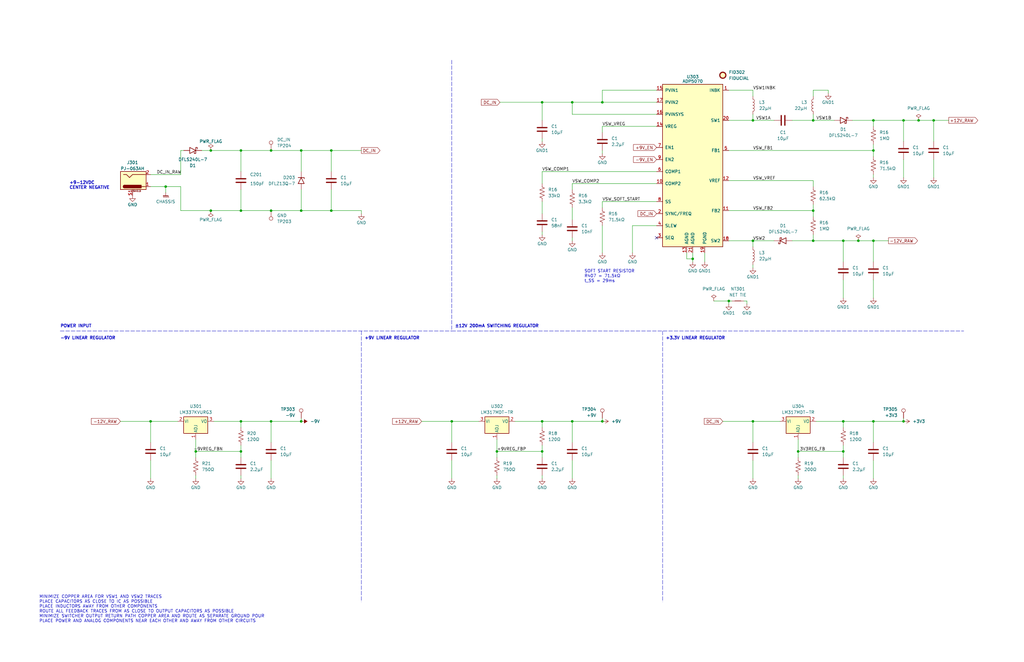
<source format=kicad_sch>
(kicad_sch (version 20230121) (generator eeschema)
  (paper "USLedger")
  (title_block (title "Baseboard") (date "2023-08-19") (rev "A") (company "Alessandro Rizzoni") (comment 1 "SCHEMATIC") (comment 2 "RELEASED") (comment 3 "AIR") (comment 4 "AIR"))
  (junction (at 336.55 190.5))
  (junction (at 114.3 177.8))
  (junction (at 63.5 177.8))
  (junction (at 342.9 50.8))
  (junction (at 292.1 109.22))
  (junction (at 190.5 177.8))
  (junction (at 307.34 127))
  (junction (at 393.7 50.8))
  (junction (at 342.9 101.6))
  (junction (at 317.5 50.8))
  (junction (at 139.7 88.9))
  (junction (at 368.3 50.8))
  (junction (at 88.9 88.9))
  (junction (at 114.3 63.5))
  (junction (at 317.5 101.6))
  (junction (at 355.6 101.6))
  (junction (at 228.6 190.5))
  (junction (at 127 88.9))
  (junction (at 241.3 43.18))
  (junction (at 101.6 88.9))
  (junction (at 101.6 63.5))
  (junction (at 101.6 177.8))
  (junction (at 368.3 177.8))
  (junction (at 342.9 88.9))
  (junction (at 139.7 63.5))
  (junction (at 127 63.5))
  (junction (at 228.6 43.18))
  (junction (at 368.3 63.5))
  (junction (at 114.3 88.9))
  (junction (at 254 177.8))
  (junction (at 368.3 101.6))
  (junction (at 241.3 177.8))
  (junction (at 381 50.8))
  (junction (at 355.6 177.8))
  (junction (at 88.9 63.5))
  (junction (at 209.55 190.5))
  (junction (at 101.6 190.5))
  (junction (at 381 177.8))
  (junction (at 82.55 190.5))
  (junction (at 228.6 177.8))
  (junction (at 317.5 177.8))
  (junction (at 361.95 101.6))
  (junction (at 387.35 50.8))
  (junction (at 69.85 78.74))
  (junction (at 127 177.8))
  (junction (at 355.6 190.5))
  (junction (at 254 43.18))
  (no_connect (at 276.86 100.33))
  (wire (pts (xy 393.7 50.8) (xy 393.7 59.69)))
  (wire (pts (xy 355.6 118.11) (xy 355.6 125.73)))
  (wire (pts (xy 254 63.5) (xy 254 64.77)))
  (wire (pts (xy 254 53.34) (xy 276.86 53.34)))
  (wire (pts (xy 317.5 111.76) (xy 317.5 113.03)))
  (wire (pts (xy 114.3 201.93) (xy 114.3 194.31)))
  (wire (pts (xy 63.5 194.31) (xy 63.5 201.93)))
  (wire (pts (xy 228.6 187.96) (xy 228.6 190.5)))
  (wire (pts (xy 63.5 177.8) (xy 74.93 177.8)))
  (wire (pts (xy 254 85.09) (xy 254 87.63)))
  (wire (pts (xy 69.85 78.74) (xy 69.85 81.28)))
  (wire (pts (xy 342.9 88.9) (xy 307.34 88.9)))
  (wire (pts (xy 139.7 63.5) (xy 152.4 63.5)))
  (wire (pts (xy 349.25 38.1) (xy 349.25 39.37)))
  (wire (pts (xy 209.55 190.5) (xy 228.6 190.5)))
  (wire (pts (xy 368.3 118.11) (xy 368.3 125.73)))
  (wire (pts (xy 101.6 177.8) (xy 114.3 177.8)))
  (wire (pts (xy 355.6 190.5) (xy 355.6 193.04)))
  (wire (pts (xy 228.6 200.66) (xy 228.6 201.93)))
  (polyline (pts (xy 279.4 139.7) (xy 279.4 254)) (stroke (width 0) (type dash)))
  (wire (pts (xy 368.3 53.34) (xy 368.3 50.8)))
  (wire (pts (xy 368.3 63.5) (xy 368.3 66.04)))
  (wire (pts (xy 297.18 106.68) (xy 297.18 110.49)))
  (wire (pts (xy 336.55 190.5) (xy 355.6 190.5)))
  (wire (pts (xy 393.7 50.8) (xy 400.05 50.8)))
  (wire (pts (xy 313.69 127) (xy 314.96 127)))
  (wire (pts (xy 342.9 50.8) (xy 351.79 50.8)))
  (wire (pts (xy 241.3 177.8) (xy 254 177.8)))
  (wire (pts (xy 228.6 177.8) (xy 241.3 177.8)))
  (wire (pts (xy 276.86 85.09) (xy 254 85.09)))
  (polyline (pts (xy 190.5 139.7) (xy 406.4 139.7)) (stroke (width 0) (type dash)))
  (wire (pts (xy 241.3 100.33) (xy 241.3 101.6)))
  (wire (pts (xy 361.95 101.6) (xy 368.3 101.6)))
  (wire (pts (xy 127 88.9) (xy 139.7 88.9)))
  (wire (pts (xy 114.3 186.69) (xy 114.3 177.8)))
  (wire (pts (xy 190.5 177.8) (xy 201.93 177.8)))
  (wire (pts (xy 114.3 63.5) (xy 127 63.5)))
  (polyline (pts (xy 190.5 25.4) (xy 190.5 139.7)) (stroke (width 0) (type dash)))
  (wire (pts (xy 317.5 101.6) (xy 317.5 104.14)))
  (wire (pts (xy 342.9 50.8) (xy 342.9 48.26)))
  (wire (pts (xy 292.1 106.68) (xy 292.1 109.22)))
  (wire (pts (xy 307.34 50.8) (xy 317.5 50.8)))
  (wire (pts (xy 241.3 48.26) (xy 241.3 43.18)))
  (wire (pts (xy 317.5 38.1) (xy 317.5 40.64)))
  (wire (pts (xy 304.8 177.8) (xy 317.5 177.8)))
  (wire (pts (xy 88.9 88.9) (xy 101.6 88.9)))
  (wire (pts (xy 334.01 50.8) (xy 342.9 50.8)))
  (wire (pts (xy 139.7 80.01) (xy 139.7 88.9)))
  (wire (pts (xy 101.6 88.9) (xy 114.3 88.9)))
  (wire (pts (xy 50.8 177.8) (xy 63.5 177.8)))
  (wire (pts (xy 355.6 177.8) (xy 368.3 177.8)))
  (wire (pts (xy 336.55 190.5) (xy 336.55 185.42)))
  (wire (pts (xy 82.55 190.5) (xy 101.6 190.5)))
  (wire (pts (xy 63.5 78.74) (xy 69.85 78.74)))
  (wire (pts (xy 342.9 40.64) (xy 342.9 38.1)))
  (wire (pts (xy 241.3 87.63) (xy 241.3 92.71)))
  (wire (pts (xy 217.17 177.8) (xy 228.6 177.8)))
  (wire (pts (xy 101.6 193.04) (xy 101.6 190.5)))
  (wire (pts (xy 209.55 201.93) (xy 209.55 200.66)))
  (wire (pts (xy 228.6 90.17) (xy 228.6 85.09)))
  (wire (pts (xy 76.2 88.9) (xy 76.2 78.74)))
  (wire (pts (xy 342.9 91.44) (xy 342.9 88.9)))
  (wire (pts (xy 152.4 88.9) (xy 152.4 90.17)))
  (wire (pts (xy 317.5 101.6) (xy 326.39 101.6)))
  (wire (pts (xy 355.6 200.66) (xy 355.6 201.93)))
  (wire (pts (xy 368.3 73.66) (xy 368.3 74.93)))
  (wire (pts (xy 307.34 63.5) (xy 368.3 63.5)))
  (wire (pts (xy 381 50.8) (xy 381 59.69)))
  (wire (pts (xy 101.6 63.5) (xy 88.9 63.5)))
  (wire (pts (xy 368.3 177.8) (xy 368.3 186.69)))
  (wire (pts (xy 127 176.53) (xy 127 177.8)))
  (wire (pts (xy 127 80.01) (xy 127 88.9)))
  (wire (pts (xy 82.55 190.5) (xy 82.55 185.42)))
  (wire (pts (xy 228.6 43.18) (xy 241.3 43.18)))
  (wire (pts (xy 387.35 50.8) (xy 393.7 50.8)))
  (wire (pts (xy 241.3 77.47) (xy 276.86 77.47)))
  (wire (pts (xy 254 38.1) (xy 254 43.18)))
  (wire (pts (xy 342.9 38.1) (xy 349.25 38.1)))
  (wire (pts (xy 307.34 127) (xy 308.61 127)))
  (wire (pts (xy 228.6 97.79) (xy 228.6 99.06)))
  (wire (pts (xy 63.5 177.8) (xy 63.5 186.69)))
  (wire (pts (xy 76.2 88.9) (xy 88.9 88.9)))
  (wire (pts (xy 241.3 48.26) (xy 276.86 48.26)))
  (wire (pts (xy 139.7 88.9) (xy 152.4 88.9)))
  (wire (pts (xy 307.34 38.1) (xy 317.5 38.1)))
  (wire (pts (xy 190.5 194.31) (xy 190.5 201.93)))
  (wire (pts (xy 314.96 127) (xy 314.96 128.27)))
  (wire (pts (xy 209.55 190.5) (xy 209.55 185.42)))
  (wire (pts (xy 336.55 200.66) (xy 336.55 201.93)))
  (wire (pts (xy 241.3 186.69) (xy 241.3 177.8)))
  (wire (pts (xy 317.5 177.8) (xy 317.5 186.69)))
  (wire (pts (xy 317.5 48.26) (xy 317.5 50.8)))
  (wire (pts (xy 355.6 101.6) (xy 361.95 101.6)))
  (wire (pts (xy 76.2 73.66) (xy 63.5 73.66)))
  (wire (pts (xy 127 88.9) (xy 114.3 88.9)))
  (wire (pts (xy 177.8 177.8) (xy 190.5 177.8)))
  (wire (pts (xy 344.17 177.8) (xy 355.6 177.8)))
  (wire (pts (xy 139.7 63.5) (xy 139.7 72.39)))
  (wire (pts (xy 266.7 95.25) (xy 266.7 106.68)))
  (wire (pts (xy 307.34 127) (xy 307.34 128.27)))
  (wire (pts (xy 101.6 190.5) (xy 101.6 187.96)))
  (wire (pts (xy 101.6 63.5) (xy 101.6 72.39)))
  (wire (pts (xy 76.2 63.5) (xy 77.47 63.5)))
  (wire (pts (xy 368.3 177.8) (xy 381 177.8)))
  (wire (pts (xy 381 67.31) (xy 381 74.93)))
  (wire (pts (xy 228.6 43.18) (xy 228.6 50.8)))
  (polyline (pts (xy 152.4 139.7) (xy 152.4 254)) (stroke (width 0) (type dash)))
  (wire (pts (xy 355.6 177.8) (xy 355.6 180.34)))
  (wire (pts (xy 307.34 101.6) (xy 317.5 101.6)))
  (wire (pts (xy 289.56 106.68) (xy 289.56 109.22)))
  (wire (pts (xy 228.6 72.39) (xy 228.6 77.47)))
  (wire (pts (xy 190.5 177.8) (xy 190.5 186.69)))
  (wire (pts (xy 241.3 43.18) (xy 254 43.18)))
  (wire (pts (xy 85.09 63.5) (xy 88.9 63.5)))
  (wire (pts (xy 317.5 177.8) (xy 328.93 177.8)))
  (wire (pts (xy 82.55 193.04) (xy 82.55 190.5)))
  (wire (pts (xy 254 95.25) (xy 254 106.68)))
  (wire (pts (xy 254 43.18) (xy 276.86 43.18)))
  (wire (pts (xy 342.9 76.2) (xy 342.9 78.74)))
  (wire (pts (xy 355.6 187.96) (xy 355.6 190.5)))
  (wire (pts (xy 393.7 67.31) (xy 393.7 74.93)))
  (wire (pts (xy 368.3 50.8) (xy 381 50.8)))
  (wire (pts (xy 368.3 101.6) (xy 368.3 110.49)))
  (wire (pts (xy 76.2 78.74) (xy 69.85 78.74)))
  (wire (pts (xy 336.55 190.5) (xy 336.55 193.04)))
  (wire (pts (xy 241.3 77.47) (xy 241.3 80.01)))
  (wire (pts (xy 317.5 194.31) (xy 317.5 201.93)))
  (wire (pts (xy 228.6 177.8) (xy 228.6 180.34)))
  (wire (pts (xy 76.2 63.5) (xy 76.2 73.66)))
  (wire (pts (xy 276.86 38.1) (xy 254 38.1)))
  (wire (pts (xy 101.6 201.93) (xy 101.6 200.66)))
  (wire (pts (xy 359.41 50.8) (xy 368.3 50.8)))
  (wire (pts (xy 114.3 177.8) (xy 127 177.8)))
  (wire (pts (xy 228.6 190.5) (xy 228.6 193.04)))
  (wire (pts (xy 127 72.39) (xy 127 63.5)))
  (wire (pts (xy 368.3 101.6) (xy 374.65 101.6)))
  (wire (pts (xy 101.6 180.34) (xy 101.6 177.8)))
  (wire (pts (xy 254 53.34) (xy 254 55.88)))
  (wire (pts (xy 355.6 101.6) (xy 355.6 110.49)))
  (wire (pts (xy 368.3 63.5) (xy 368.3 60.96)))
  (wire (pts (xy 101.6 80.01) (xy 101.6 88.9)))
  (wire (pts (xy 381 50.8) (xy 387.35 50.8)))
  (wire (pts (xy 342.9 101.6) (xy 355.6 101.6)))
  (wire (pts (xy 127 63.5) (xy 139.7 63.5)))
  (wire (pts (xy 342.9 101.6) (xy 342.9 99.06)))
  (wire (pts (xy 342.9 86.36) (xy 342.9 88.9)))
  (wire (pts (xy 228.6 58.42) (xy 228.6 59.69)))
  (wire (pts (xy 241.3 194.31) (xy 241.3 201.93)))
  (wire (pts (xy 276.86 72.39) (xy 228.6 72.39)))
  (wire (pts (xy 368.3 194.31) (xy 368.3 201.93)))
  (wire (pts (xy 317.5 50.8) (xy 326.39 50.8)))
  (polyline (pts (xy 25.4 139.7) (xy 190.5 139.7)) (stroke (width 0) (type dash)))
  (wire (pts (xy 210.82 43.18) (xy 228.6 43.18)))
  (wire (pts (xy 300.99 127) (xy 307.34 127)))
  (wire (pts (xy 292.1 109.22) (xy 292.1 110.49)))
  (wire (pts (xy 289.56 109.22) (xy 292.1 109.22)))
  (wire (pts (xy 381 176.53) (xy 381 177.8)))
  (wire (pts (xy 101.6 63.5) (xy 114.3 63.5)))
  (wire (pts (xy 266.7 95.25) (xy 276.86 95.25)))
  (wire (pts (xy 254 176.53) (xy 254 177.8)))
  (wire (pts (xy 334.01 101.6) (xy 342.9 101.6)))
  (wire (pts (xy 90.17 177.8) (xy 101.6 177.8)))
  (wire (pts (xy 307.34 76.2) (xy 342.9 76.2)))
  (wire (pts (xy 82.55 200.66) (xy 82.55 201.93)))
  (wire (pts (xy 209.55 190.5) (xy 209.55 193.04)))
  (text "+9-12VDC\nCENTER NEGATIVE" (at 29.21 80.01 0) (effects (font (size 1.27 1.27) (thickness 0.254) bold) (justify left bottom)))
  (text "POWER INPUT" (at 25.4 138.43 0) (effects (font (size 1.27 1.27) (thickness 0.254) bold) (justify left bottom)))
  (text "SOFT START RESISTOR\nR407 = 71.5kΩ\nt_SS = 29ms" (at 246.38 119.38 0) (effects (font (size 1.27 1.27)) (justify left bottom)))
  (text "±12V 200mA SWITCHING REGULATOR" (at 191.77 138.43 0) (effects (font (size 1.27 1.27) (thickness 0.254) bold) (justify left bottom)))
  (text "+9V LINEAR REGULATOR" (at 153.67 143.51 0) (effects (font (size 1.27 1.27) (thickness 0.254) bold) (justify left bottom)))
  (text "MINIMIZE COPPER AREA FOR VSW1 AND VSW2 TRACES\nPLACE CAPACITORS AS CLOSE TO IC AS POSSIBLE\nPLACE INDUCTORS AWAY FROM OTHER COMPONENTS\nROUTE ALL FEEDBACK TRACES FROM AS CLOSE TO OUTPUT CAPACITORS AS POSSIBLE\nMINIMIZE SWITCHER OUTPUT RETURN PATH COPPER AREA AND ROUTE AS SEPARATE GROUND POUR\nPLACE POWER AND ANALOG COMPONENTS NEAR EACH OTHER AND AWAY FROM OTHER CIRCUITS\n" (at 16.51 262.89 0) (effects (font (size 1.27 1.27)) (justify left bottom)))
  (text "-9V LINEAR REGULATOR" (at 25.4 143.51 0) (effects (font (size 1.27 1.27) (thickness 0.254) bold) (justify left bottom)))
  (text "+3.3V LINEAR REGULATOR" (at 280.67 143.51 0) (effects (font (size 1.27 1.27) (thickness 0.254) bold) (justify left bottom)))
  (label "VSW1A" (at 318.77 50.8 0))
  (label "VSW_VREG" (at 254 53.34 0))
  (label "VSW_VREF" (at 317.5 76.2 0))
  (label "VSW_COMP1" (at 228.6 72.39 0))
  (label "-9VREG_FBN" (at 93.98 190.5 180))
  (label "VSW1B" (at 344.17 50.8 0))
  (label "VSW1INBK" (at 317.5 38.1 0))
  (label "VSW_COMP2" (at 241.3 77.47 0))
  (label "VSW_FB1" (at 317.5 63.5 0))
  (label "3V3REG_FB" (at 347.98 190.5 180))
  (label "+9VREG_FBP" (at 209.55 190.5 0))
  (label "VSW_SOFT_START" (at 254 85.09 0))
  (label "DC_IN_RAW" (at 66.04 73.66 0))
  (label "VSW_FB2" (at 317.5 88.9 0))
  (label "VSW2" (at 317.5 101.6 0))
  (global_label "-9V_EN" (shape input) (at 276.86 67.31 180) (property "Intersheetrefs" "${INTERSHEET_REFS}" (effects hide)))
  (global_label "DC_IN" (shape output) (at 152.4 63.5 0) (property "Intersheetrefs" "${INTERSHEET_REFS}" (effects hide)))
  (global_label "DC_IN" (shape input) (at 304.8 177.8 180) (property "Intersheetrefs" "${INTERSHEET_REFS}" (effects hide)))
  (global_label "-12V_RAW" (shape input) (at 50.8 177.8 180) (property "Intersheetrefs" "${INTERSHEET_REFS}" (effects hide)))
  (global_label "-12V_RAW" (shape output) (at 374.65 101.6 0) (property "Intersheetrefs" "${INTERSHEET_REFS}" (effects hide)))
  (global_label "+12V_RAW" (shape input) (at 177.8 177.8 180) (property "Intersheetrefs" "${INTERSHEET_REFS}" (effects hide)))
  (global_label "DC_IN" (shape input) (at 210.82 43.18 180) (property "Intersheetrefs" "${INTERSHEET_REFS}" (effects hide)))
  (global_label "+9V_EN" (shape input) (at 276.86 62.23 180) (property "Intersheetrefs" "${INTERSHEET_REFS}" (effects hide)))
  (global_label "+12V_RAW" (shape output) (at 400.05 50.8 0) (property "Intersheetrefs" "${INTERSHEET_REFS}" (effects hide)))
  (global_label "DC_IN" (shape input) (at 276.86 90.17 180) (property "Intersheetrefs" "${INTERSHEET_REFS}" (effects hide)))
  (symbol (lib_id "power:GND1") (at 317.5 113.03 0) (unit 1)
    (property "Reference" "#PWR0322" (effects hide))
    (property "Value" "GND1" (at 317.5 116.84 0))
  )
  (symbol (lib_id "power:GND") (at 317.5 201.93 0) (unit 1)
    (property "Reference" "#PWR0309" (effects hide))
    (property "Value" "GND" (at 317.5 205.74 0))
    (instances (project "baseboard" (path "" (reference "#PWR0309") (unit 1)) (path "" (reference "#PWR0323") (unit 1))))
  )
  (symbol (lib_id "Device:R_US") (at 254 91.44 180) (unit 1)
    (property "Reference" "R16" (at 256.54 90.17 0) (effects (justify right)))
    (property "Value" "71.5kΩ" (at 256.54 92.71 0) (effects (justify right)))
    (property "Footprint" "Resistor_SMD:R_0402_1005Metric" (effects hide))
    (property "Datasheet" "https://www.koaspeer.com/pdfs/RK73H.pdf" (effects hide))
    (property "Manufacturer" "KOA Speer Electronics" (effects hide))
    (property "Part Number" "RK73H1ETTP7152F" (effects hide))
    (property "Sim.Enable" "0" (effects hide))
  )
  (symbol (lib_id "Device:C") (at 254 59.69 0) (mirror x) (unit 1)
    (property "Reference" "C1" (at 257.81 58.42 0) (effects (justify left)))
    (property "Value" "2.2μF" (at 257.81 60.96 0) (effects (justify left)))
    (property "Footprint" "Capacitor_SMD:C_0603_1608Metric" (effects hide))
    (property "Datasheet" "https://search.murata.co.jp/Ceramy/image/img/A01X/G101/ENG/GRM188R61H225KE11-01.pdf" (effects hide))
    (property "Manufacturer" "Murata" (effects hide))
    (property "Part Number" "GRM188Z71E225KE43D" (effects hide))
    (property "Sim.Enable" "0" (effects hide))
  )
  (symbol (lib_id "power:GND") (at 368.3 74.93 0) (unit 1)
    (property "Reference" "#PWR0309" (effects hide))
    (property "Value" "GND" (at 368.3 78.74 0))
    (instances (project "baseboard" (path "" (reference "#PWR0309") (unit 1)) (path "" (reference "#PWR0328") (unit 1))))
  )
  (symbol (lib_id "power:GND1") (at 349.25 39.37 0) (unit 1)
    (property "Reference" "#PWR0325" (effects hide))
    (property "Value" "GND1" (at 349.25 43.18 0))
  )
  (symbol (lib_id "Device:C") (at 228.6 54.61 0) (mirror x) (unit 1)
    (property "Reference" "C1" (at 232.41 53.34 0) (effects (justify left)))
    (property "Value" "10μF" (at 232.41 55.88 0) (effects (justify left)))
    (property "Footprint" "Capacitor_SMD:C_1210_3225Metric" (effects hide))
    (property "Datasheet" "https://search.murata.co.jp/Ceramy/image/img/A01X/G101/ENG/GRM32EC81E226KE15-01.pdf" (effects hide))
    (property "Manufacturer" "Murata" (effects hide))
    (property "Part Number" "GRM32EC72A106KE05L" (effects hide))
    (property "Sim.Enable" "0" (effects hide))
  )
  (symbol (lib_id "Device:C") (at 317.5 190.5 0) (mirror x) (unit 1)
    (property "Reference" "C1" (at 321.31 189.23 0) (effects (justify left)))
    (property "Value" "10μF" (at 321.31 191.77 0) (effects (justify left)))
    (property "Footprint" "Capacitor_SMD:C_1210_3225Metric" (effects hide))
    (property "Datasheet" "https://search.murata.co.jp/Ceramy/image/img/A01X/G101/ENG/GRM32EC81E226KE15-01.pdf" (effects hide))
    (property "Manufacturer" "Murata" (effects hide))
    (property "Part Number" "GRM32EC72A106KE05L" (effects hide))
    (property "Sim.Enable" "0" (effects hide))
  )
  (symbol (lib_id "Device:C") (at 228.6 196.85 0) (mirror x) (unit 1)
    (property "Reference" "C1" (at 232.41 195.58 0) (effects (justify left)))
    (property "Value" "2.2μF" (at 232.41 198.12 0) (effects (justify left)))
    (property "Footprint" "Capacitor_SMD:C_0603_1608Metric" (effects hide))
    (property "Datasheet" "https://search.murata.co.jp/Ceramy/image/img/A01X/G101/ENG/GRM188R61H225KE11-01.pdf" (effects hide))
    (property "Manufacturer" "Murata" (effects hide))
    (property "Part Number" "GRM188Z71E225KE43D" (effects hide))
    (property "Sim.Enable" "0" (effects hide))
  )
  (symbol (lib_id "Device:C") (at 355.6 196.85 0) (mirror x) (unit 1)
    (property "Reference" "C1" (at 359.41 195.58 0) (effects (justify left)))
    (property "Value" "2.2μF" (at 359.41 198.12 0) (effects (justify left)))
    (property "Footprint" "Capacitor_SMD:C_0603_1608Metric" (effects hide))
    (property "Datasheet" "https://search.murata.co.jp/Ceramy/image/img/A01X/G101/ENG/GRM188R61H225KE11-01.pdf" (effects hide))
    (property "Manufacturer" "Murata" (effects hide))
    (property "Part Number" "GRM188Z71E225KE43D" (effects hide))
    (property "Sim.Enable" "0" (effects hide))
  )
  (symbol (lib_id "power:GND") (at 82.55 201.93 0) (unit 1)
    (property "Reference" "#PWR0309" (effects hide))
    (property "Value" "GND" (at 82.55 205.74 0))
    (instances (project "baseboard" (path "" (reference "#PWR0309") (unit 1)) (path "" (reference "#PWR0302") (unit 1))))
  )
  (symbol (lib_id "power:GND") (at 63.5 201.93 0) (unit 1)
    (property "Reference" "#PWR0309" (effects hide))
    (property "Value" "GND" (at 63.5 205.74 0))
    (instances (project "baseboard" (path "" (reference "#PWR0309") (unit 1)) (path "" (reference "#PWR0301") (unit 1))))
  )
  (symbol (lib_id "Device:C") (at 228.6 93.98 0) (mirror x) (unit 1)
    (property "Reference" "C1" (at 232.41 92.71 0) (effects (justify left)))
    (property "Value" "58nF" (at 232.41 95.25 0) (effects (justify left)))
    (property "Footprint" "Capacitor_SMD:C_0805_2012Metric" (effects hide))
    (property "Datasheet" "https://connect.kemet.com:7667/gateway/IntelliData-ComponentDocumentation/1.0/download/datasheet/C0805C564K5RACTU" (effects hide))
    (property "Manufacturer" "Kemet" (effects hide))
    (property "Part Number" "C0805C564K5RAC7800" (effects hide))
    (property "Sim.Enable" "0" (effects hide))
  )
  (symbol (lib_id "Device:C") (at 355.6 114.3 0) (mirror x) (unit 1)
    (property "Reference" "C1" (at 359.41 113.03 0) (effects (justify left)))
    (property "Value" "10μF" (at 359.41 115.57 0) (effects (justify left)))
    (property "Footprint" "Capacitor_SMD:C_1210_3225Metric" (effects hide))
    (property "Datasheet" "https://search.murata.co.jp/Ceramy/image/img/A01X/G101/ENG/GRM32EC81E226KE15-01.pdf" (effects hide))
    (property "Manufacturer" "Murata" (effects hide))
    (property "Part Number" "GRM32EC72A106KE05L" (effects hide))
    (property "Sim.Enable" "0" (effects hide))
  )
  (symbol (lib_id "power:PWR_FLAG") (at 88.9 88.9 0) (mirror x) (unit 1)
    (property "Reference" "#FLG0201" (effects hide))
    (property "Value" "PWR_FLAG" (at 88.9 92.71 0))
    (instances (project "baseboard" (path "" (reference "#FLG0201") (unit 1)) (path "" (reference "#FLG0302") (unit 1))) (project "io" (path "" (reference "#FLG04") (unit 1))))
  )
  (symbol (lib_id "Device:R_US") (at 355.6 184.15 0) (unit 1)
    (property "Reference" "R18" (at 358.14 182.88 0) (effects (justify left)))
    (property "Value" "120Ω" (at 358.14 185.42 0) (effects (justify left)))
    (property "Footprint" "Resistor_SMD:R_0402_1005Metric" (effects hide))
    (property "Datasheet" "https://www.koaspeer.com/pdfs/RK73H.pdf" (effects hide))
    (property "Manufacturer" "KOA Speer Electronics" (effects hide))
    (property "Part Number" "RK73H1ETTP1200F" (effects hide))
    (property "Sim.Enable" "0" (effects hide))
  )
  (symbol (lib_id "Library:Barrel_Jack Shielded") (at 57.15 76.2 0) (unit 1)
    (property "Reference" "J301" (at 55.88 68.58 0))
    (property "Value" "PJ-063AH" (at 55.88 71.12 0))
    (property "Footprint" "Library:CUI_PJ-063AH" (effects hide))
    (property "Manufacturer" "CUI" (effects hide))
    (property "Part Number" "PJ-063AH" (effects hide))
  )
  (symbol (lib_id "power:GND") (at 254 106.68 0) (unit 1)
    (property "Reference" "#PWR0309" (effects hide))
    (property "Value" "GND" (at 254 110.49 0))
    (instances (project "baseboard" (path "" (reference "#PWR0309") (unit 1)) (path "" (reference "#PWR0315") (unit 1))))
  )
  (symbol (lib_id "Device:R_US") (at 82.55 196.85 0) (unit 1)
    (property "Reference" "R21" (at 85.09 195.5799 0) (effects (justify left)))
    (property "Value" "750Ω" (at 85.09 198.1199 0) (effects (justify left)))
    (property "Footprint" "Resistor_SMD:R_0402_1005Metric" (effects hide))
    (property "Datasheet" "https://www.koaspeer.com/pdfs/RK73H.pdf" (effects hide))
    (property "Manufacturer" "KOA Speer Electronics" (effects hide))
    (property "Part Number" "RK73H1ETTP7500F" (effects hide))
    (property "Sim.Enable" "0" (effects hide))
  )
  (symbol (lib_id "Device:C") (at 190.5 190.5 0) (mirror x) (unit 1)
    (property "Reference" "C1" (at 194.31 189.23 0) (effects (justify left)))
    (property "Value" "10μF" (at 194.31 191.77 0) (effects (justify left)))
    (property "Footprint" "Capacitor_SMD:C_1210_3225Metric" (effects hide))
    (property "Datasheet" "https://search.murata.co.jp/Ceramy/image/img/A01X/G101/ENG/GRM32EC81E226KE15-01.pdf" (effects hide))
    (property "Manufacturer" "Murata" (effects hide))
    (property "Part Number" "GRM32EC72A106KE05L" (effects hide))
    (property "Sim.Enable" "0" (effects hide))
  )
  (symbol (lib_id "Device:L") (at 317.5 44.45 0) (unit 1)
    (property "Reference" "L3" (at 320.04 43.18 0) (effects (justify left)))
    (property "Value" "22μH" (at 320.04 45.72 0) (effects (justify left)))
    (property "Footprint" "Library:L_TDK_VLS6045EX_VLS6045AF" (effects hide))
    (property "Datasheet" "https://product.tdk.com/en/system/files?file=dam/doc/product/inductor/inductor/smd/catalog/inductor_commercial_power_vls6045ex_en.pdf" (effects hide))
    (property "Manufacturer" "Bourns" (effects hide))
    (property "Part Number" "SRP5030WA-220M" (effects hide))
    (property "Sim.Enable" "0" (effects hide))
  )
  (symbol (lib_id "Device:C") (at 114.3 190.5 0) (mirror x) (unit 1)
    (property "Reference" "C1" (at 118.11 189.23 0) (effects (justify left)))
    (property "Value" "10μF" (at 118.11 191.77 0) (effects (justify left)))
    (property "Footprint" "Capacitor_SMD:C_1210_3225Metric" (effects hide))
    (property "Datasheet" "https://search.murata.co.jp/Ceramy/image/img/A01X/G101/ENG/GRM32EC81E226KE15-01.pdf" (effects hide))
    (property "Manufacturer" "Murata" (effects hide))
    (property "Part Number" "GRM32EC72A106KE05L" (effects hide))
    (property "Sim.Enable" "0" (effects hide))
  )
  (symbol (lib_id "power:GND1") (at 307.34 128.27 0) (unit 1)
    (property "Reference" "#PWR0321" (effects hide))
    (property "Value" "GND1" (at 307.34 132.08 0))
  )
  (symbol (lib_id "Connector:TestPoint") (at 381 176.53 0) (unit 1)
    (property "Reference" "TP305" (at 378.46 172.72 0) (effects (justify right)))
    (property "Value" "+3V3" (at 378.46 175.26 0) (effects (justify right)))
    (property "Footprint" "TestPoint:TestPoint_Pad_D1.0mm" (effects hide))
    (property "Datasheet" "N/A" (effects hide))
    (property "Sim.Enable" "0" (effects hide))
    (property "Manufacturer" "N/A" (effects hide))
    (property "Part Number" "N/A" (effects hide))
  )
  (symbol (lib_id "Library:Chassis") (at 69.85 81.28 0) (mirror y) (unit 1)
    (property "Reference" "CHS201" (effects hide))
    (property "Value" "CHASSIS" (at 69.85 85.09 0))
    (property "Footprint" "Library:Harwin_EMI_Finger_S7061-46R" (effects hide))
    (property "Datasheet" "https://cdn.harwin.com/pdfs/Harwin_Product_Catalog_page_281.pdf" (effects hide))
    (property "Manufacturer" "Harwin" (effects hide))
    (property "Part Number" "S7061-46R" (effects hide))
    (property "Sim.Enable" "0" (effects hide))
    (instances (project "baseboard" (path "" (reference "CHS201") (unit 1)) (path "" (reference "G301") (unit 1)) (path "" (reference "G?") (unit 1))))
  )
  (symbol (lib_id "Device:R_US") (at 342.9 82.55 180) (unit 1)
    (property "Reference" "R16" (at 345.44 81.28 0) (effects (justify right)))
    (property "Value" "62.5kΩ" (at 345.44 83.82 0) (effects (justify right)))
    (property "Footprint" "Resistor_SMD:R_0402_1005Metric" (effects hide))
    (property "Datasheet" "https://www.koaspeer.com/pdfs/RK73H.pdf" (effects hide))
    (property "Manufacturer" "KOA Speer Electronics" (effects hide))
    (property "Part Number" "RK73H1ETTP6252F" (effects hide))
    (property "Sim.Enable" "0" (effects hide))
  )
  (symbol (lib_id "power:GND") (at 152.4 90.17 0) (unit 1)
    (property "Reference" "#PWR0309" (effects hide))
    (property "Value" "GND" (at 152.4 93.98 0))
    (instances (project "baseboard" (path "" (reference "#PWR0309") (unit 1)) (path "" (reference "#PWR0306") (unit 1))))
  )
  (symbol (lib_id "power:GND") (at 314.96 128.27 0) (unit 1)
    (property "Reference" "#PWR0309" (effects hide))
    (property "Value" "GND" (at 314.96 132.08 0))
    (instances (project "baseboard" (path "" (reference "#PWR0309") (unit 1)) (path "" (reference "#PWR0320") (unit 1))))
  )
  (symbol (lib_id "power:GND1") (at 297.18 110.49 0) (unit 1)
    (property "Reference" "#PWR0319" (effects hide))
    (property "Value" "GND1" (at 297.18 114.3 0))
  )
  (symbol (lib_id "Mechanical:Fiducial") (at 304.8 31.75 0) (unit 1)
    (property "Reference" "FID302" (at 307.34 30.48 0) (effects (justify left)))
    (property "Value" "FIDUCIAL" (at 307.34 33.02 0) (effects (justify left)))
    (property "Footprint" "Fiducial:Fiducial_0.5mm_Mask1mm" (effects hide))
    (property "Datasheet" "N/A" (effects hide))
    (property "Manufacturer" "N/A" (effects hide))
    (property "Part Number" "N/A" (effects hide))
    (instances (project "baseboard" (path "" (reference "FID302") (unit 1)) (path "" (reference "FID102") (unit 1)) (path "" (reference "FID301") (unit 1))))
  )
  (symbol (lib_id "power:GND") (at 355.6 201.93 0) (unit 1)
    (property "Reference" "#PWR0309" (effects hide))
    (property "Value" "GND" (at 355.6 205.74 0))
    (instances (project "baseboard" (path "" (reference "#PWR0309") (unit 1)) (path "" (reference "#PWR0327") (unit 1))))
  )
  (symbol (lib_id "Connector:TestPoint") (at 254 176.53 0) (unit 1)
    (property "Reference" "TP304" (at 251.46 172.72 0) (effects (justify right)))
    (property "Value" "+9V" (at 251.46 175.26 0) (effects (justify right)))
    (property "Footprint" "TestPoint:TestPoint_Pad_D1.0mm" (effects hide))
    (property "Datasheet" "N/A" (effects hide))
    (property "Sim.Enable" "0" (effects hide))
    (property "Manufacturer" "N/A" (effects hide))
    (property "Part Number" "N/A" (effects hide))
  )
  (symbol (lib_id "Device:R_US") (at 336.55 196.85 0) (unit 1)
    (property "Reference" "R19" (at 339.09 195.58 0) (effects (justify left)))
    (property "Value" "200Ω" (at 339.09 198.12 0) (effects (justify left)))
    (property "Footprint" "Resistor_SMD:R_0402_1005Metric" (effects hide))
    (property "Datasheet" "https://www.koaspeer.com/pdfs/RK73H.pdf" (effects hide))
    (property "Manufacturer" "KOA Speer Electronics" (effects hide))
    (property "Part Number" "RK73H1ETTP2000F" (effects hide))
    (property "Sim.Enable" "0" (effects hide))
  )
  (symbol (lib_id "power:GND") (at 292.1 110.49 0) (unit 1)
    (property "Reference" "#PWR0309" (effects hide))
    (property "Value" "GND" (at 292.1 114.3 0))
    (instances (project "baseboard" (path "" (reference "#PWR0309") (unit 1)) (path "" (reference "#PWR0318") (unit 1))))
  )
  (symbol (lib_id "power:GND") (at 101.6 201.93 0) (unit 1)
    (property "Reference" "#PWR0309" (effects hide))
    (property "Value" "GND" (at 101.6 205.74 0))
    (instances (project "baseboard" (path "" (reference "#PWR0309") (unit 1)) (path "" (reference "#PWR0303") (unit 1))))
  )
  (symbol (lib_name "-9V_1") (lib_id "power:-9V") (at 127 177.8 270) (mirror x) (unit 1)
    (property "Reference" "#PWR07" (effects hide))
    (property "Value" "-9V" (at 130.81 177.8 90) (effects (justify left)))
  )
  (symbol (lib_id "Device:C") (at 368.3 114.3 0) (mirror x) (unit 1)
    (property "Reference" "C1" (at 372.11 113.03 0) (effects (justify left)))
    (property "Value" "10μF" (at 372.11 115.57 0) (effects (justify left)))
    (property "Footprint" "Capacitor_SMD:C_1210_3225Metric" (effects hide))
    (property "Datasheet" "https://search.murata.co.jp/Ceramy/image/img/A01X/G101/ENG/GRM32EC81E226KE15-01.pdf" (effects hide))
    (property "Manufacturer" "Murata" (effects hide))
    (property "Part Number" "GRM32EC72A106KE05L" (effects hide))
    (property "Sim.Enable" "0" (effects hide))
  )
  (symbol (lib_id "power:PWR_FLAG") (at 361.95 101.6 0) (unit 1)
    (property "Reference" "#FLG0305" (effects hide))
    (property "Value" "PWR_FLAG" (at 361.95 96.52 0))
  )
  (symbol (lib_id "Device:NetTie_2") (at 311.15 127 0) (unit 1) (in_bom no)
    (property "Reference" "NT301" (at 311.15 121.92 0))
    (property "Value" "NET TIE" (at 311.15 124.46 0))
    (property "Footprint" "Library:Net_Tie" (effects hide))
    (property "Datasheet" "N/A" (effects hide))
    (property "Manufacturer" "N/A" (effects hide))
    (property "Part Number" "N/A" (effects hide))
  )
  (symbol (lib_id "power:PWR_FLAG") (at 300.99 127 0) (unit 1)
    (property "Reference" "#FLG0303" (effects hide))
    (property "Value" "PWR_FLAG" (at 300.99 121.92 0))
  )
  (symbol (lib_id "power:GND") (at 55.88 82.55 0) (unit 1)
    (property "Reference" "#PWR0309" (effects hide))
    (property "Value" "GND" (at 55.88 86.36 0))
    (instances (project "baseboard" (path "" (reference "#PWR0309") (unit 1)) (path "" (reference "#PWR0334") (unit 1))))
  )
  (symbol (lib_id "Device:R_US") (at 101.6 184.15 0) (unit 1)
    (property "Reference" "R20" (at 104.14 182.88 0) (effects (justify left)))
    (property "Value" "120Ω" (at 104.14 185.42 0) (effects (justify left)))
    (property "Footprint" "Resistor_SMD:R_0402_1005Metric" (effects hide))
    (property "Datasheet" "https://www.koaspeer.com/pdfs/RK73H.pdf" (effects hide))
    (property "Manufacturer" "KOA Speer Electronics" (effects hide))
    (property "Part Number" "RK73H1ETTP1200F" (effects hide))
    (property "Sim.Enable" "0" (effects hide))
  )
  (symbol (lib_id "Connector:TestPoint") (at 114.3 63.5 0) (mirror y) (unit 1)
    (property "Reference" "TP204" (at 116.84 61.468 0) (effects (justify right)))
    (property "Value" "DC_IN" (at 116.84 58.928 0) (effects (justify right)))
    (property "Footprint" "TestPoint:TestPoint_Pad_D1.0mm" (effects hide))
    (property "Datasheet" "N/A" (effects hide))
    (property "Sim.Enable" "0" (effects hide))
    (property "Manufacturer" "N/A" (effects hide))
    (property "Part Number" "N/A" (effects hide))
    (instances (project "baseboard" (path "" (reference "TP204") (unit 1)) (path "" (reference "TP301") (unit 1))))
  )
  (symbol (lib_id "Connector:TestPoint") (at 127 176.53 0) (mirror y) (unit 1)
    (property "Reference" "TP303" (at 124.46 172.72 0) (effects (justify left)))
    (property "Value" "-9V" (at 124.46 175.26 0) (effects (justify left)))
    (property "Footprint" "TestPoint:TestPoint_Pad_D1.0mm" (effects hide))
    (property "Datasheet" "N/A" (effects hide))
    (property "Sim.Enable" "0" (effects hide))
    (property "Manufacturer" "N/A" (effects hide))
    (property "Part Number" "N/A" (effects hide))
  )
  (symbol (lib_id "power:GND") (at 266.7 106.68 0) (unit 1)
    (property "Reference" "#PWR0309" (effects hide))
    (property "Value" "GND" (at 266.7 110.49 0))
    (instances (project "baseboard" (path "" (reference "#PWR0309") (unit 1)) (path "" (reference "#PWR0317") (unit 1))))
  )
  (symbol (lib_id "Device:C") (at 241.3 96.52 0) (mirror x) (unit 1)
    (property "Reference" "C1" (at 245.11 95.25 0) (effects (justify left)))
    (property "Value" "10nF" (at 245.11 97.79 0) (effects (justify left)))
    (property "Footprint" "Capacitor_SMD:C_0603_1608Metric" (effects hide))
    (property "Datasheet" "https://product.tdk.com/system/files/dam/doc/product/capacitor/ceramic/mlcc/catalog/mlcc_automotive_general_en.pdf" (effects hide))
    (property "Manufacturer" "TDK" (effects hide))
    (property "Part Number" "CGA3E2X7R1H103K080AA" (effects hide))
    (property "Sim.Enable" "0" (effects hide))
  )
  (symbol (lib_id "Regulator_Linear:LM317_TO-252") (at 209.55 177.8 0) (unit 1)
    (property "Reference" "U302" (at 209.55 171.45 0))
    (property "Value" "LM317MDT-TR" (at 209.55 173.99 0))
    (property "Footprint" "Library:TO-252-2" (effects hide))
    (property "Datasheet" "https://www.mouser.com/datasheet/2/389/lm217m-1849799.pdf" (effects hide))
    (property "Sim.Enable" "0" (effects hide))
    (property "Manufacturer" "ST Electronics" (effects hide))
    (property "Part Number" "LM317MDT-TR" (effects hide))
  )
  (symbol (lib_id "power:GND") (at 336.55 201.93 0) (unit 1)
    (property "Reference" "#PWR0309" (effects hide))
    (property "Value" "GND" (at 336.55 205.74 0))
    (instances (project "baseboard" (path "" (reference "#PWR0309") (unit 1)) (path "" (reference "#PWR0324") (unit 1))))
  )
  (symbol (lib_id "Device:R_US") (at 342.9 95.25 180) (unit 1)
    (property "Reference" "R16" (at 345.44 93.98 0) (effects (justify right)))
    (property "Value" "1MΩ" (at 345.44 96.52 0) (effects (justify right)))
    (property "Footprint" "Resistor_SMD:R_0402_1005Metric" (effects hide))
    (property "Datasheet" "https://www.koaspeer.com/pdfs/RK73H.pdf" (effects hide))
    (property "Manufacturer" "KOA Speer Electronics" (effects hide))
    (property "Part Number" "RK73H1ETTP1004F" (effects hide))
    (property "Sim.Enable" "0" (effects hide))
  )
  (symbol (lib_id "Device:R_US") (at 368.3 69.85 180) (unit 1)
    (property "Reference" "R16" (at 370.84 68.58 0) (effects (justify right)))
    (property "Value" "71.5kΩ" (at 370.84 71.12 0) (effects (justify right)))
    (property "Footprint" "Resistor_SMD:R_0402_1005Metric" (effects hide))
    (property "Datasheet" "https://www.koaspeer.com/pdfs/RK73H.pdf" (effects hide))
    (property "Manufacturer" "KOA Speer Electronics" (effects hide))
    (property "Part Number" "RK73H1ETTP7152F" (effects hide))
    (property "Sim.Enable" "0" (effects hide))
  )
  (symbol (lib_id "power:GND") (at 114.3 201.93 0) (unit 1)
    (property "Reference" "#PWR0309" (effects hide))
    (property "Value" "GND" (at 114.3 205.74 0))
    (instances (project "baseboard" (path "" (reference "#PWR0309") (unit 1)) (path "" (reference "#PWR0304") (unit 1))))
  )
  (symbol (lib_name "+9V_1") (lib_id "power:+9V") (at 254 177.8 270) (unit 1)
    (property "Reference" "#PWR06" (effects hide))
    (property "Value" "+9V" (at 257.81 177.8 90) (effects (justify left)))
  )
  (symbol (lib_id "Library:RSX051VAM30TR") (at 81.28 63.5 0) (mirror y) (unit 1)
    (property "Reference" "D1" (at 81.28 69.85 0))
    (property "Value" "DFLS240L-7" (at 81.28 67.31 0))
    (property "Footprint" "Library:D_PowerDI-123_THERMAL_PAD" (effects hide))
    (property "Datasheet" "https://www.diodes.com/assets/Datasheets/DFLS240L.pdf" (effects hide))
    (property "Part Number" "DFLS240L-7" (effects hide))
    (property "Manufacturer" "Diodes Incorporated" (effects hide))
    (property "Sim.Enable" "0" (effects hide))
  )
  (symbol (lib_id "Device:R_US") (at 228.6 184.15 0) (unit 1)
    (property "Reference" "R18" (at 231.14 182.88 0) (effects (justify left)))
    (property "Value" "120Ω" (at 231.14 185.42 0) (effects (justify left)))
    (property "Footprint" "Resistor_SMD:R_0402_1005Metric" (effects hide))
    (property "Datasheet" "https://www.koaspeer.com/pdfs/RK73H.pdf" (effects hide))
    (property "Manufacturer" "KOA Speer Electronics" (effects hide))
    (property "Part Number" "RK73H1ETTP1200F" (effects hide))
    (property "Sim.Enable" "0" (effects hide))
  )
  (symbol (lib_id "power:GND") (at 241.3 101.6 0) (unit 1)
    (property "Reference" "#PWR0309" (effects hide))
    (property "Value" "GND" (at 241.3 105.41 0))
    (instances (project "baseboard" (path "" (reference "#PWR0309") (unit 1)) (path "" (reference "#PWR0312") (unit 1))))
  )
  (symbol (lib_id "Regulator_Linear:LM317_TO-252") (at 336.55 177.8 0) (unit 1)
    (property "Reference" "U304" (at 336.55 171.45 0))
    (property "Value" "LM317MDT-TR" (at 336.55 173.99 0))
    (property "Footprint" "Library:TO-252-2" (effects hide))
    (property "Datasheet" "https://www.mouser.com/datasheet/2/389/lm217m-1849799.pdf" (effects hide))
    (property "Sim.Enable" "0" (effects hide))
    (property "Manufacturer" "ST Electronics" (effects hide))
    (property "Part Number" "LM317MDT-TR" (effects hide))
  )
  (symbol (lib_id "power:GND1") (at 381 74.93 0) (unit 1)
    (property "Reference" "#PWR0331" (effects hide))
    (property "Value" "GND1" (at 381 78.74 0))
  )
  (symbol (lib_id "power:GND") (at 228.6 99.06 0) (unit 1)
    (property "Reference" "#PWR0309" (effects hide))
    (property "Value" "GND" (at 228.6 102.87 0))
    (instances (project "baseboard" (path "" (reference "#PWR0309") (unit 1)) (path "" (reference "#PWR0310") (unit 1))))
  )
  (symbol (lib_id "Regulator_Linear:LM337_TO252") (at 82.55 177.8 0) (mirror x) (unit 1)
    (property "Reference" "U301" (at 82.55 171.45 0))
    (property "Value" "LM337KVURG3" (at 82.55 173.99 0))
    (property "Footprint" "Library:TO-252-2" (effects hide))
    (property "Datasheet" "https://www.ti.com/lit/ds/symlink/lm337.pdf?ts=1688807909907&ref_url=https%253A%252F%252Fwww.ti.com%252Fproduct%252FLM337%253Futm_source%253Dgoogle%2526utm_medium%253Dcpc%2526utm_campaign%253Dapp-null-null-GPN_EN-cpc-pf-google-wwe%2526utm_content%253DLM337%2526ds_k%253DLM337%2526DCM%253Dyes%2526gclid%253DCj0KCQjwkqSlBhDaARIsAFJANkgYG1HuySAVVAi2cgtpnEimXC_q_BrvPlAwoZ4JG1p2hsKlcTIzR4saAk82EALw_wcB%2526gclsrc%253Daw.ds" (effects hide))
    (property "Sim.Enable" "0" (effects hide))
    (property "Manufacturer" "Texas Instruments" (effects hide))
    (property "Part Number" "LM337IMPX/NOPB" (effects hide))
  )
  (symbol (lib_id "Connector:TestPoint") (at 114.3 88.9 0) (mirror x) (unit 1)
    (property "Reference" "TP203" (at 116.84 93.472 0) (effects (justify left)))
    (property "Value" "GND" (at 116.84 90.932 0) (effects (justify left)))
    (property "Footprint" "TestPoint:TestPoint_Pad_D1.0mm" (effects hide))
    (property "Datasheet" "N/A" (effects hide))
    (property "Sim.Enable" "0" (effects hide))
    (property "Manufacturer" "N/A" (effects hide))
    (property "Part Number" "N/A" (effects hide))
    (instances (project "baseboard" (path "" (reference "TP203") (unit 1)) (path "" (reference "TP302") (unit 1))))
  )
  (symbol (lib_id "Library:ADP5070ACPZ") (at 292.1 58.42 0) (unit 1)
    (property "Reference" "U303" (at 292.1 32.385 0))
    (property "Value" "ADP5070" (at 292.1 34.29 0))
    (property "Footprint" "Library:LFCSP-20-1EP_4x4mm_P0.5mm_EP2.6x2.6mm" (effects hide))
    (property "Datasheet" "https://www.analog.com/media/en/technical-documentation/data-sheets/ADP5070.pdf" (effects hide))
    (property "Manufacturer" "Analog Devices" (effects hide))
    (property "Part Number" "ADP5070ACPZ" (effects hide))
    (property "Sim.Enable" "0" (effects hide))
  )
  (symbol (lib_id "power:GND1") (at 393.7 74.93 0) (unit 1)
    (property "Reference" "#PWR0333" (effects hide))
    (property "Value" "GND1" (at 393.7 78.74 0))
  )
  (symbol (lib_id "Device:L") (at 342.9 44.45 0) (mirror y) (unit 1)
    (property "Reference" "L3" (at 340.36 43.18 0) (effects (justify left)))
    (property "Value" "22μH" (at 340.36 45.72 0) (effects (justify left)))
    (property "Footprint" "Library:L_TDK_VLS6045EX_VLS6045AF" (effects hide))
    (property "Datasheet" "https://product.tdk.com/en/system/files?file=dam/doc/product/inductor/inductor/smd/catalog/inductor_commercial_power_vls6045ex_en.pdf" (effects hide))
    (property "Manufacturer" "Bourns" (effects hide))
    (property "Part Number" "SRP5030WA-220M" (effects hide))
    (property "Sim.Enable" "0" (effects hide))
  )
  (symbol (lib_id "Device:C") (at 139.7 76.2 0) (mirror x) (unit 1)
    (property "Reference" "C1" (at 143.51 74.93 0) (effects (justify left)))
    (property "Value" "10μF" (at 143.51 77.47 0) (effects (justify left)))
    (property "Footprint" "Capacitor_SMD:C_1210_3225Metric" (effects hide))
    (property "Datasheet" "https://search.murata.co.jp/Ceramy/image/img/A01X/G101/ENG/GRM32EC81E226KE15-01.pdf" (effects hide))
    (property "Manufacturer" "Murata" (effects hide))
    (property "Part Number" "GRM32EC72A106KE05L" (effects hide))
    (property "Sim.Enable" "0" (effects hide))
  )
  (symbol (lib_id "power:PWR_FLAG") (at 88.9 63.5 0) (mirror y) (unit 1)
    (property "Reference" "#FLG0201" (effects hide))
    (property "Value" "PWR_FLAG" (at 88.9 59.69 0))
    (instances (project "baseboard" (path "" (reference "#FLG0201") (unit 1)) (path "" (reference "#FLG0301") (unit 1))) (project "io" (path "" (reference "#FLG04") (unit 1))))
  )
  (symbol (lib_id "Device:R_US") (at 228.6 81.28 180) (unit 1)
    (property "Reference" "R16" (at 231.14 80.01 0) (effects (justify right)))
    (property "Value" "33kΩ" (at 231.14 82.55 0) (effects (justify right)))
    (property "Footprint" "Resistor_SMD:R_0402_1005Metric" (effects hide))
    (property "Datasheet" "https://www.koaspeer.com/pdfs/RK73H.pdf" (effects hide))
    (property "Manufacturer" "KOA Speer Electronics" (effects hide))
    (property "Part Number" "RK73H1ETTP3302F" (effects hide))
    (property "Sim.Enable" "0" (effects hide))
  )
  (symbol (lib_id "Device:R_US") (at 241.3 83.82 180) (unit 1)
    (property "Reference" "R16" (at 243.84 82.55 0) (effects (justify right)))
    (property "Value" "3.3kΩ" (at 243.84 85.09 0) (effects (justify right)))
    (property "Footprint" "Resistor_SMD:R_0402_1005Metric" (effects hide))
    (property "Datasheet" "https://www.koaspeer.com/pdfs/RK73H.pdf" (effects hide))
    (property "Manufacturer" "KOA Speer Electronics" (effects hide))
    (property "Part Number" "RK73H1ETTP3301F" (effects hide))
    (property "Sim.Enable" "0" (effects hide))
  )
  (symbol (lib_id "power:GND") (at 190.5 201.93 0) (unit 1)
    (property "Reference" "#PWR0309" (effects hide))
    (property "Value" "GND" (at 190.5 205.74 0))
    (instances (project "baseboard" (path "" (reference "#PWR0309") (unit 1)) (path "" (reference "#PWR0307") (unit 1))))
  )
  (symbol (lib_id "Library:DFLZ13Q-7") (at 127 76.2 270) (unit 1)
    (property "Reference" "D203" (at 124.46 74.93 90) (effects (justify right)))
    (property "Value" "DFLZ13Q-7" (at 124.46 77.47 90) (effects (justify right)))
    (property "Footprint" "Library:D_PowerDI-123_THERMAL_PAD" (effects hide))
    (property "Datasheet" "https://www.diodes.com/assets/Datasheets/DFLZxxQ.pdf" (effects hide))
    (property "Manufacturer" "Diodes Incorporated" (effects hide))
    (property "Part Number" "DFLZ13Q-7" (effects hide))
    (property "Sim.Enable" "0" (effects hide))
    (instances (project "baseboard" (path "" (reference "D203") (unit 1)) (path "" (reference "D301") (unit 1))) (project "io" (path "" (reference "D9") (unit 1))))
  )
  (symbol (lib_id "Device:C") (at 101.6 196.85 0) (mirror x) (unit 1)
    (property "Reference" "C1" (at 105.41 195.58 0) (effects (justify left)))
    (property "Value" "2.2μF" (at 105.41 198.12 0) (effects (justify left)))
    (property "Footprint" "Capacitor_SMD:C_0603_1608Metric" (effects hide))
    (property "Datasheet" "https://search.murata.co.jp/Ceramy/image/img/A01X/G101/ENG/GRM188R61H225KE11-01.pdf" (effects hide))
    (property "Manufacturer" "Murata" (effects hide))
    (property "Part Number" "GRM188Z71E225KE43D" (effects hide))
    (property "Sim.Enable" "0" (effects hide))
  )
  (symbol (lib_id "Device:C") (at 330.2 50.8 270) (mirror x) (unit 1)
    (property "Reference" "C1" (at 330.2 55.88 90))
    (property "Value" "10μF" (at 330.2 58.42 90))
    (property "Footprint" "Capacitor_SMD:C_1210_3225Metric" (effects hide))
    (property "Datasheet" "https://search.murata.co.jp/Ceramy/image/img/A01X/G101/ENG/GRM32EC81E226KE15-01.pdf" (effects hide))
    (property "Manufacturer" "Murata" (effects hide))
    (property "Part Number" "GRM32EC72A106KE05L" (effects hide))
    (property "Sim.Enable" "0" (effects hide))
  )
  (symbol (lib_id "power:GND") (at 254 64.77 0) (unit 1)
    (property "Reference" "#PWR0309" (effects hide))
    (property "Value" "GND" (at 254 68.58 0))
    (instances (project "baseboard" (path "" (reference "#PWR0309") (unit 1)) (path "" (reference "#PWR0314") (unit 1))))
  )
  (symbol (lib_id "power:GND") (at 241.3 201.93 0) (unit 1)
    (property "Reference" "#PWR0309" (effects hide))
    (property "Value" "GND" (at 241.3 205.74 0))
    (instances (project "baseboard" (path "" (reference "#PWR0309") (unit 1)) (path "" (reference "#PWR0313") (unit 1))))
  )
  (symbol (lib_id "power:GND") (at 209.55 201.93 0) (unit 1)
    (property "Reference" "#PWR0309" (effects hide))
    (property "Value" "GND" (at 209.55 205.74 0))
    (instances (project "baseboard" (path "" (reference "#PWR0309") (unit 1)) (path "" (reference "#PWR0308") (unit 1))))
  )
  (symbol (lib_id "Device:R_US") (at 368.3 57.15 180) (unit 1)
    (property "Reference" "R16" (at 370.84 55.88 0) (effects (justify right)))
    (property "Value" "1MΩ" (at 370.84 58.42 0) (effects (justify right)))
    (property "Footprint" "Resistor_SMD:R_0402_1005Metric" (effects hide))
    (property "Datasheet" "https://www.koaspeer.com/pdfs/RK73H.pdf" (effects hide))
    (property "Manufacturer" "KOA Speer Electronics" (effects hide))
    (property "Part Number" "RK73H1ETTP1004F" (effects hide))
    (property "Sim.Enable" "0" (effects hide))
  )
  (symbol (lib_id "Library:RSX051VAM30TR") (at 355.6 50.8 0) (mirror y) (unit 1)
    (property "Reference" "D1" (at 355.6 54.61 0))
    (property "Value" "DFLS240L-7" (at 355.6 57.15 0))
    (property "Footprint" "Library:D_PowerDI-123_THERMAL_PAD" (effects hide))
    (property "Datasheet" "https://www.diodes.com/assets/Datasheets/DFLS240L.pdf" (effects hide))
    (property "Part Number" "DFLS240L-7" (effects hide))
    (property "Manufacturer" "Diodes Incorporated" (effects hide))
    (property "Sim.Enable" "0" (effects hide))
  )
  (symbol (lib_id "Device:C") (at 368.3 190.5 0) (mirror x) (unit 1)
    (property "Reference" "C1" (at 372.11 189.23 0) (effects (justify left)))
    (property "Value" "10μF" (at 372.11 191.77 0) (effects (justify left)))
    (property "Footprint" "Capacitor_SMD:C_1210_3225Metric" (effects hide))
    (property "Datasheet" "https://search.murata.co.jp/Ceramy/image/img/A01X/G101/ENG/GRM32EC81E226KE15-01.pdf" (effects hide))
    (property "Manufacturer" "Murata" (effects hide))
    (property "Part Number" "GRM32EC72A106KE05L" (effects hide))
    (property "Sim.Enable" "0" (effects hide))
  )
  (symbol (lib_id "Device:C") (at 63.5 190.5 0) (mirror x) (unit 1)
    (property "Reference" "C1" (at 67.31 189.23 0) (effects (justify left)))
    (property "Value" "10μF" (at 67.31 191.77 0) (effects (justify left)))
    (property "Footprint" "Capacitor_SMD:C_1210_3225Metric" (effects hide))
    (property "Datasheet" "https://search.murata.co.jp/Ceramy/image/img/A01X/G101/ENG/GRM32EC81E226KE15-01.pdf" (effects hide))
    (property "Manufacturer" "Murata" (effects hide))
    (property "Part Number" "GRM32EC72A106KE05L" (effects hide))
    (property "Sim.Enable" "0" (effects hide))
  )
  (symbol (lib_id "power:GND1") (at 368.3 125.73 0) (unit 1)
    (property "Reference" "#PWR0329" (effects hide))
    (property "Value" "GND1" (at 368.3 129.54 0))
  )
  (symbol (lib_id "power:PWR_FLAG") (at 387.35 50.8 0) (unit 1)
    (property "Reference" "#FLG0304" (effects hide))
    (property "Value" "PWR_FLAG" (at 387.35 45.72 0))
  )
  (symbol (lib_id "Device:C") (at 101.6 76.2 0) (unit 1)
    (property "Reference" "C201" (at 105.41 73.66 0) (effects (justify left)))
    (property "Value" "150pF" (at 105.41 77.47 0) (effects (justify left)))
    (property "Footprint" "Capacitor_SMD:C_0805_2012Metric" (effects hide))
    (property "Datasheet" "https://www.mouser.com/datasheet/2/315/ABD0000C173-947527.pdf" (effects hide))
    (property "Manufacturer" "Panasonic" (effects hide))
    (property "Part Number" "ECH-U1H151JX5" (effects hide))
    (property "Sim.Enable" "0" (effects hide))
    (instances (project "baseboard" (path "" (reference "C201") (unit 1)) (path "" (reference "C302") (unit 1))) (project "io" (path "" (reference "C4") (unit 1))))
  )
  (symbol (lib_id "power:+3V3") (at 381 177.8 270) (unit 1)
    (property "Reference" "#PWR02" (effects hide))
    (property "Value" "+3V3" (at 384.81 177.8 90) (effects (justify left)))
  )
  (symbol (lib_id "Device:C") (at 381 63.5 0) (mirror x) (unit 1)
    (property "Reference" "C1" (at 384.81 62.23 0) (effects (justify left)))
    (property "Value" "10μF" (at 384.81 64.77 0) (effects (justify left)))
    (property "Footprint" "Capacitor_SMD:C_1210_3225Metric" (effects hide))
    (property "Datasheet" "https://search.murata.co.jp/Ceramy/image/img/A01X/G101/ENG/GRM32EC81E226KE15-01.pdf" (effects hide))
    (property "Manufacturer" "Murata" (effects hide))
    (property "Part Number" "GRM32EC72A106KE05L" (effects hide))
    (property "Sim.Enable" "0" (effects hide))
  )
  (symbol (lib_id "power:GND") (at 228.6 201.93 0) (unit 1)
    (property "Reference" "#PWR0309" (effects hide))
    (property "Value" "GND" (at 228.6 205.74 0))
    (instances (project "baseboard" (path "" (reference "#PWR0309") (unit 1)) (path "" (reference "#PWR0311") (unit 1))))
  )
  (symbol (lib_id "Device:L") (at 317.5 107.95 0) (mirror x) (unit 1)
    (property "Reference" "L3" (at 320.04 106.68 0) (effects (justify left)))
    (property "Value" "22μH" (at 320.04 109.22 0) (effects (justify left)))
    (property "Footprint" "Library:L_TDK_VLS6045EX_VLS6045AF" (effects hide))
    (property "Datasheet" "https://product.tdk.com/en/system/files?file=dam/doc/product/inductor/inductor/smd/catalog/inductor_commercial_power_vls6045ex_en.pdf" (effects hide))
    (property "Manufacturer" "Bourns" (effects hide))
    (property "Part Number" "SRP5030WA-220M" (effects hide))
    (property "Sim.Enable" "0" (effects hide))
  )
  (symbol (lib_id "power:GND") (at 368.3 201.93 0) (unit 1)
    (property "Reference" "#PWR0309" (effects hide))
    (property "Value" "GND" (at 368.3 205.74 0))
    (instances (project "baseboard" (path "" (reference "#PWR0309") (unit 1)) (path "" (reference "#PWR0330") (unit 1))))
  )
  (symbol (lib_id "Device:C") (at 393.7 63.5 0) (mirror x) (unit 1)
    (property "Reference" "C1" (at 397.51 62.23 0) (effects (justify left)))
    (property "Value" "10μF" (at 397.51 64.77 0) (effects (justify left)))
    (property "Footprint" "Capacitor_SMD:C_1210_3225Metric" (effects hide))
    (property "Datasheet" "https://search.murata.co.jp/Ceramy/image/img/A01X/G101/ENG/GRM32EC81E226KE15-01.pdf" (effects hide))
    (property "Manufacturer" "Murata" (effects hide))
    (property "Part Number" "GRM32EC72A106KE05L" (effects hide))
    (property "Sim.Enable" "0" (effects hide))
  )
  (symbol (lib_id "Device:C") (at 241.3 190.5 0) (mirror x) (unit 1)
    (property "Reference" "C1" (at 245.11 189.23 0) (effects (justify left)))
    (property "Value" "10μF" (at 245.11 191.77 0) (effects (justify left)))
    (property "Footprint" "Capacitor_SMD:C_1210_3225Metric" (effects hide))
    (property "Datasheet" "https://search.murata.co.jp/Ceramy/image/img/A01X/G101/ENG/GRM32EC81E226KE15-01.pdf" (effects hide))
    (property "Manufacturer" "Murata" (effects hide))
    (property "Part Number" "GRM32EC72A106KE05L" (effects hide))
    (property "Sim.Enable" "0" (effects hide))
  )
  (symbol (lib_id "power:GND1") (at 228.6 59.69 0) (unit 1)
    (property "Reference" "#PWR0309" (effects hide))
    (property "Value" "GND1" (at 228.6 63.5 0))
  )
  (symbol (lib_id "Library:RSX051VAM30TR") (at 330.2 101.6 0) (mirror x) (unit 1)
    (property "Reference" "D1" (at 330.2 95.25 0))
    (property "Value" "DFLS240L-7" (at 330.2 97.79 0))
    (property "Footprint" "Library:D_PowerDI-123_THERMAL_PAD" (effects hide))
    (property "Datasheet" "https://www.diodes.com/assets/Datasheets/DFLS240L.pdf" (effects hide))
    (property "Part Number" "DFLS240L-7" (effects hide))
    (property "Manufacturer" "Diodes Incorporated" (effects hide))
    (property "Sim.Enable" "0" (effects hide))
  )
  (symbol (lib_id "Device:R_US") (at 209.55 196.85 0) (unit 1)
    (property "Reference" "R19" (at 212.09 195.58 0) (effects (justify left)))
    (property "Value" "750Ω" (at 212.09 198.12 0) (effects (justify left)))
    (property "Footprint" "Resistor_SMD:R_0402_1005Metric" (effects hide))
    (property "Datasheet" "https://www.koaspeer.com/pdfs/RK73H.pdf" (effects hide))
    (property "Manufacturer" "KOA Speer Electronics" (effects hide))
    (property "Part Number" "RK73H1ETTP7500F" (effects hide))
    (property "Sim.Enable" "0" (effects hide))
  )
  (symbol (lib_id "power:GND1") (at 355.6 125.73 0) (unit 1)
    (property "Reference" "#PWR0326" (effects hide))
    (property "Value" "GND1" (at 355.6 129.54 0))
  )
)
</source>
